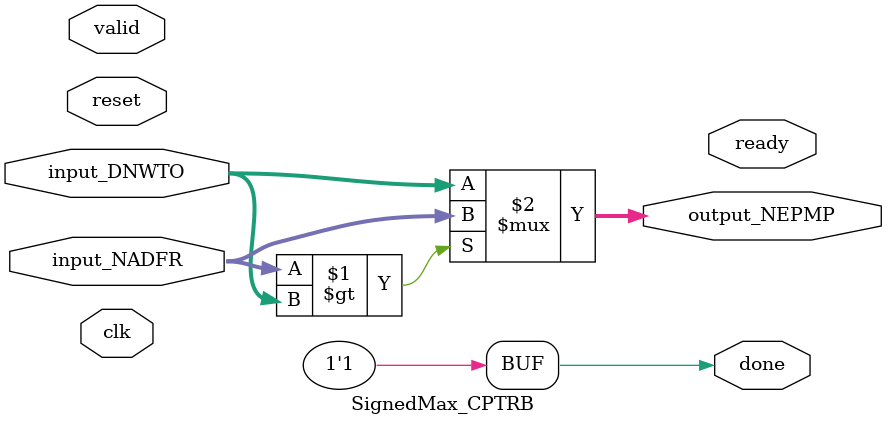
<source format=sv>
`ifndef __LAYER2_SV__
`define __LAYER2_SV__



module Maxpool_ZSYYF(
	input    clk,
	input    reset,
	input    valid,
	output reg   done,
	output reg   ready,
	output reg  [12:0] inp_addr,
	input   [15:0] inp_data,
	output reg  [10:0] out_addr,
	output reg  [15:0] out_data,
	output reg   out_we
);

	reg signed [15:0] window [31:0];
	reg  [12:0] curr_y;
	reg  [10:0] out_y;
	reg  [12:0] curr_x;
	reg  [10:0] out_x;
	reg  [12:0] jj;
	reg  [12:0] ii;
	reg  [12:0] kk;
	reg  [4:0] ww;
	reg  [10:0] wc;
	reg  [4:0] wr;
	wire signed [15:0] max_out;
	reg  [3:0] state;


	// instantiate the state machine
	always @ (posedge clk) begin
		if (reset) begin
			// clear done flag and go to starting state
			done <= 1'd0;
			inp_addr <= 13'd0;
			out_addr <= 11'd0;
			out_we <= 1'd0;
			curr_y <= 13'd0;
			out_y <= 11'd0;
			curr_x <= 13'd0;
			out_x <= 11'd0;
			state <= 4'd0;
		end
		else begin
			case (state)
				// _StWaitValid
				4'd0: begin
						if (valid) begin
							state <= 4'd1;
						end
					end
				// _StResetWindow
				4'd1: begin
						jj <= 13'd0;
						ii <= 13'd0;
						kk <= 13'd0;
						ww <= 5'd0;
						state <= 4'd2;
					end
				// _StSetInpAddr
				4'd2: begin
						inp_addr <= (curr_y + jj) * 13'd27 * 13'd8 + (curr_x + ii) * 13'd8 + kk;
						state <= 4'd3;
					end
				// _StWindowBuffer
				4'd3: begin
						state <= 4'd4;
					end
				// _StSetWindow
				4'd4: begin
						window[ww] <= inp_data;
						if (ww == 5'd31) begin
							state <= 4'd5;
						end
						else begin
							ww <= ww + 5'd1;
							if (kk == 13'd7) begin
								kk <= 13'd0;
								if (ii == 13'd1) begin
									ii <= 13'd0;
									jj <= jj + 13'd1;
								end
								else begin
									ii <= ii + 13'd1;
								end
							end
							else begin
								kk <= kk + 13'd1;
							end
							state <= 4'd2;
						end
					end
				// _StMaxReset
				4'd5: begin
						wc <= 11'd0;
						wr <= 5'd1;
						state <= 4'd6;
					end
				// _StGetMaxOverWindow
				4'd6: begin
						window[wc] <= max_out;
						if (wr == 5'd3) begin
							state <= 4'd7;
						end
						else begin
							wr <= wr + 5'd1;
							state <= 4'd6;
						end
					end
				// _StFindMax
				4'd7: begin
						out_we <= 1'd0;
						out_addr <= out_y * 11'd13 * 11'd8 + out_x * 11'd8 + wc;
						out_data <= max_out;
						state <= 4'd8;
					end
				// _StMaxBuffer
				4'd8: begin
						out_we <= 1'd1;
						if (wc == 11'd7) begin
							state <= 4'd9;
						end
						else begin
							wc <= wc + 11'd1;
							wr <= 5'd1;
							state <= 4'd6;
						end
					end
				// _StIncMaxpool
				4'd9: begin
						out_we <= 1'd0;
						if (curr_x > 13'd23) begin
							curr_x <= 13'd0;
							out_x <= 11'd0;
							if (curr_y > 13'd23) begin
								state <= 4'd11;
							end
							else begin
								curr_y <= curr_y + 13'd2;
								out_y <= out_y + 11'd1;
								state <= 4'd1;
							end
						end
						else begin
							curr_x <= curr_x + 13'd2;
							out_x <= out_x + 11'd1;
							state <= 4'd1;
						end
					end
				// _StWriteData
				4'd10: begin
						if (out_addr == 1351) begin
							out_we <= 1'd0;
							state <= 4'd11;
						end
						else begin
							out_addr <= out_addr + 11'd1;
						end
					end
				// V_StDone
				4'd11: begin
						// idle until reset
						done <= 1'd1;
						state <= 4'd11;
					end
			endcase
		end
	end
	// instantiate the signed maximum module
	SignedMax_CPTRB SignedMax_CPTRB_LEARM(
		.clk(), 
		.reset(), 
		.valid(), 
		.done(), 
		.ready(), 
		.input_NADFR(window[wc]), 
		.input_DNWTO(window[wc + wr * 5'd8]), 
		.output_NEPMP(max_out)
	);


endmodule



module SignedMax_CPTRB(
	input    clk,
	input    reset,
	input    valid,
	output    done,
	output reg   ready,
	input  signed [15:0] input_NADFR,
	input  signed [15:0] input_DNWTO,
	output  signed [15:0] output_NEPMP
);


	// tie `done` to `HIGH`
	assign done = 1'd1;

	// use ternary to determine the max
	assign output_NEPMP = (input_NADFR > input_DNWTO) ? 
		input_NADFR : 
		input_DNWTO;

endmodule



`endif
</source>
